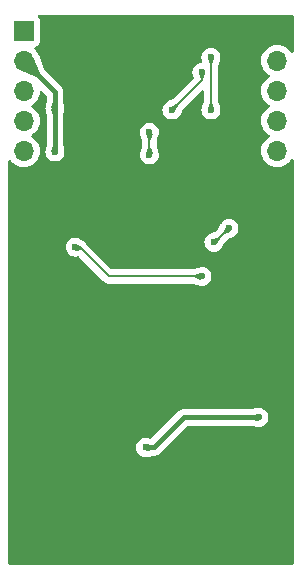
<source format=gbr>
%TF.GenerationSoftware,KiCad,Pcbnew,8.0.3*%
%TF.CreationDate,2025-09-08T17:35:16+08:00*%
%TF.ProjectId,balancing-car,62616c61-6e63-4696-9e67-2d6361722e6b,rev?*%
%TF.SameCoordinates,Original*%
%TF.FileFunction,Copper,L2,Bot*%
%TF.FilePolarity,Positive*%
%FSLAX46Y46*%
G04 Gerber Fmt 4.6, Leading zero omitted, Abs format (unit mm)*
G04 Created by KiCad (PCBNEW 8.0.3) date 2025-09-08 17:35:16*
%MOMM*%
%LPD*%
G01*
G04 APERTURE LIST*
%TA.AperFunction,ComponentPad*%
%ADD10O,1.700000X1.700000*%
%TD*%
%TA.AperFunction,ComponentPad*%
%ADD11R,1.700000X1.700000*%
%TD*%
%TA.AperFunction,ViaPad*%
%ADD12C,0.600000*%
%TD*%
%TA.AperFunction,Conductor*%
%ADD13C,0.400000*%
%TD*%
%TA.AperFunction,Conductor*%
%ADD14C,0.200000*%
%TD*%
G04 APERTURE END LIST*
D10*
%TO.P,J2,5,Pin_5*%
%TO.N,/ST*%
X189636000Y-92994000D03*
%TO.P,J2,4,Pin_4*%
%TO.N,/Vmid*%
X189636000Y-90454000D03*
%TO.P,J2,3,Pin_3*%
%TO.N,/MotorB*%
X189636000Y-87914000D03*
%TO.P,J2,2,Pin_2*%
%TO.N,VCC*%
X189636000Y-85374000D03*
D11*
%TO.P,J2,1,Pin_1*%
%TO.N,/MotorA*%
X189636000Y-82834000D03*
%TD*%
D10*
%TO.P,J1,5,Pin_5*%
%TO.N,/Yout*%
X211099000Y-92994000D03*
%TO.P,J1,4,Pin_4*%
%TO.N,/Xout*%
X211099000Y-90454000D03*
%TO.P,J1,3,Pin_3*%
%TO.N,/Zout*%
X211099000Y-87914000D03*
%TO.P,J1,2,Pin_2*%
%TO.N,/Acceleration*%
X211099000Y-85374000D03*
D11*
%TO.P,J1,1,Pin_1*%
%TO.N,GND*%
X211099000Y-82834000D03*
%TD*%
D12*
%TO.N,GND*%
X198780400Y-126695200D03*
X203657200Y-100279200D03*
X201117200Y-85699600D03*
X199593200Y-85699600D03*
X199593200Y-86766400D03*
X201117200Y-86766400D03*
X201117200Y-84582000D03*
X199593200Y-84582000D03*
X195478400Y-96621600D03*
X204774800Y-113487200D03*
X203200000Y-111099600D03*
%TO.N,VCC*%
X199948800Y-118110000D03*
X209550000Y-115570000D03*
%TO.N,/Acceleration*%
X207010000Y-99568000D03*
X205740000Y-100736400D03*
%TO.N,/Vmid*%
X194005200Y-101142800D03*
X204724000Y-103632000D03*
%TO.N,VCC*%
X192278000Y-93091000D03*
%TO.N,Net-(U3B-+)*%
X200279000Y-93345000D03*
X200279000Y-91440000D03*
%TO.N,VCC*%
X192278000Y-89408000D03*
%TO.N,Net-(U4A-InA)*%
X204724000Y-86360000D03*
X202184000Y-89535000D03*
%TO.N,Net-(U4A-InB)*%
X205486000Y-85090000D03*
X205486000Y-89535000D03*
%TD*%
D13*
%TO.N,VCC*%
X199948800Y-118110000D02*
X200660000Y-118110000D01*
X200660000Y-118110000D02*
X203200000Y-115570000D01*
X203200000Y-115570000D02*
X209550000Y-115570000D01*
D14*
%TO.N,/Acceleration*%
X205740000Y-100736400D02*
X205841600Y-100736400D01*
X205841600Y-100736400D02*
X207010000Y-99568000D01*
%TO.N,/Vmid*%
X196850000Y-103632000D02*
X204724000Y-103632000D01*
X194005200Y-101142800D02*
X194360800Y-101142800D01*
X194360800Y-101142800D02*
X196850000Y-103632000D01*
D13*
%TO.N,VCC*%
X192278000Y-89408000D02*
X192278000Y-93091000D01*
D14*
%TO.N,Net-(U3B-+)*%
X200279000Y-93345000D02*
X200279000Y-91440000D01*
D13*
%TO.N,VCC*%
X192278000Y-89408000D02*
X192278000Y-88016000D01*
X192278000Y-88016000D02*
X189636000Y-85374000D01*
D14*
%TO.N,Net-(U4A-InA)*%
X204724000Y-86995000D02*
X202184000Y-89535000D01*
X204724000Y-86360000D02*
X204724000Y-86995000D01*
%TO.N,Net-(U4A-InB)*%
X205486000Y-89535000D02*
X205486000Y-85090000D01*
%TD*%
%TA.AperFunction,Conductor*%
%TO.N,GND*%
G36*
X212421539Y-81482685D02*
G01*
X212467294Y-81535489D01*
X212478500Y-81587000D01*
X212478500Y-84596327D01*
X212458815Y-84663366D01*
X212406011Y-84709121D01*
X212336853Y-84719065D01*
X212273297Y-84690040D01*
X212252925Y-84667450D01*
X212137494Y-84502597D01*
X211970402Y-84335506D01*
X211970395Y-84335501D01*
X211776834Y-84199967D01*
X211776830Y-84199965D01*
X211727174Y-84176810D01*
X211562663Y-84100097D01*
X211562659Y-84100096D01*
X211562655Y-84100094D01*
X211334413Y-84038938D01*
X211334403Y-84038936D01*
X211099001Y-84018341D01*
X211098999Y-84018341D01*
X210863596Y-84038936D01*
X210863586Y-84038938D01*
X210635344Y-84100094D01*
X210635335Y-84100098D01*
X210421171Y-84199964D01*
X210421169Y-84199965D01*
X210227597Y-84335505D01*
X210060505Y-84502597D01*
X209924965Y-84696169D01*
X209924964Y-84696171D01*
X209825098Y-84910335D01*
X209825094Y-84910344D01*
X209763938Y-85138586D01*
X209763936Y-85138596D01*
X209743341Y-85373999D01*
X209743341Y-85374000D01*
X209763936Y-85609403D01*
X209763938Y-85609413D01*
X209825094Y-85837655D01*
X209825096Y-85837659D01*
X209825097Y-85837663D01*
X209905681Y-86010476D01*
X209924965Y-86051830D01*
X209924967Y-86051834D01*
X210006257Y-86167927D01*
X210060501Y-86245396D01*
X210060506Y-86245402D01*
X210227597Y-86412493D01*
X210227603Y-86412498D01*
X210413158Y-86542425D01*
X210456783Y-86597002D01*
X210463977Y-86666500D01*
X210432454Y-86728855D01*
X210413158Y-86745575D01*
X210227597Y-86875505D01*
X210060505Y-87042597D01*
X209924965Y-87236169D01*
X209924964Y-87236171D01*
X209825098Y-87450335D01*
X209825094Y-87450344D01*
X209763938Y-87678586D01*
X209763936Y-87678596D01*
X209743341Y-87913999D01*
X209743341Y-87914000D01*
X209763936Y-88149403D01*
X209763938Y-88149413D01*
X209825094Y-88377655D01*
X209825096Y-88377659D01*
X209825097Y-88377663D01*
X209914660Y-88569731D01*
X209924965Y-88591830D01*
X209924967Y-88591834D01*
X209992896Y-88688846D01*
X210060501Y-88785396D01*
X210060506Y-88785402D01*
X210227597Y-88952493D01*
X210227603Y-88952498D01*
X210413158Y-89082425D01*
X210456783Y-89137002D01*
X210463977Y-89206500D01*
X210432454Y-89268855D01*
X210413158Y-89285575D01*
X210227597Y-89415505D01*
X210060505Y-89582597D01*
X209924965Y-89776169D01*
X209924964Y-89776171D01*
X209825098Y-89990335D01*
X209825094Y-89990344D01*
X209763938Y-90218586D01*
X209763936Y-90218596D01*
X209743341Y-90453999D01*
X209743341Y-90454000D01*
X209763936Y-90689403D01*
X209763938Y-90689413D01*
X209825094Y-90917655D01*
X209825096Y-90917659D01*
X209825097Y-90917663D01*
X209905681Y-91090476D01*
X209924965Y-91131830D01*
X209924967Y-91131834D01*
X209992896Y-91228846D01*
X210060501Y-91325396D01*
X210060506Y-91325402D01*
X210227597Y-91492493D01*
X210227603Y-91492498D01*
X210413158Y-91622425D01*
X210456783Y-91677002D01*
X210463977Y-91746500D01*
X210432454Y-91808855D01*
X210413158Y-91825575D01*
X210227597Y-91955505D01*
X210060505Y-92122597D01*
X209924965Y-92316169D01*
X209924964Y-92316171D01*
X209825098Y-92530335D01*
X209825094Y-92530344D01*
X209763938Y-92758586D01*
X209763936Y-92758596D01*
X209743341Y-92993999D01*
X209743341Y-92994000D01*
X209763936Y-93229403D01*
X209763938Y-93229413D01*
X209825094Y-93457655D01*
X209825096Y-93457659D01*
X209825097Y-93457663D01*
X209888328Y-93593262D01*
X209924965Y-93671830D01*
X209924967Y-93671834D01*
X209992896Y-93768846D01*
X210060505Y-93865401D01*
X210227599Y-94032495D01*
X210324384Y-94100265D01*
X210421165Y-94168032D01*
X210421167Y-94168033D01*
X210421170Y-94168035D01*
X210635337Y-94267903D01*
X210863592Y-94329063D01*
X211051918Y-94345539D01*
X211098999Y-94349659D01*
X211099000Y-94349659D01*
X211099001Y-94349659D01*
X211138234Y-94346226D01*
X211334408Y-94329063D01*
X211562663Y-94267903D01*
X211776830Y-94168035D01*
X211970401Y-94032495D01*
X212137495Y-93865401D01*
X212252925Y-93700549D01*
X212307502Y-93656925D01*
X212377000Y-93649731D01*
X212439355Y-93681254D01*
X212474769Y-93741484D01*
X212478500Y-93771673D01*
X212478500Y-127937600D01*
X212458815Y-128004639D01*
X212406011Y-128050394D01*
X212354500Y-128061600D01*
X188457500Y-128061600D01*
X188390461Y-128041915D01*
X188344706Y-127989111D01*
X188333500Y-127937600D01*
X188333500Y-118109996D01*
X199143235Y-118109996D01*
X199143235Y-118110003D01*
X199163430Y-118289249D01*
X199163431Y-118289254D01*
X199223011Y-118459523D01*
X199318984Y-118612262D01*
X199446538Y-118739816D01*
X199599278Y-118835789D01*
X199764484Y-118893597D01*
X199769545Y-118895368D01*
X199769550Y-118895369D01*
X199948797Y-118915565D01*
X199948800Y-118915565D01*
X200021272Y-118907398D01*
X200032365Y-118906651D01*
X200045481Y-118906359D01*
X200073505Y-118901688D01*
X200079997Y-118900782D01*
X200128055Y-118895368D01*
X200128064Y-118895365D01*
X200133116Y-118893597D01*
X200153692Y-118888322D01*
X200610511Y-118812187D01*
X200630896Y-118810500D01*
X200728996Y-118810500D01*
X200820040Y-118792389D01*
X200864328Y-118783580D01*
X200928069Y-118757177D01*
X200991807Y-118730777D01*
X200991808Y-118730776D01*
X200991811Y-118730775D01*
X201106543Y-118654114D01*
X203453837Y-116306818D01*
X203515160Y-116273334D01*
X203541518Y-116270500D01*
X208867903Y-116270500D01*
X208888288Y-116272187D01*
X209116794Y-116310271D01*
X209345112Y-116348324D01*
X209365683Y-116353596D01*
X209370745Y-116355368D01*
X209380232Y-116356436D01*
X209418820Y-116360785D01*
X209425325Y-116361693D01*
X209428248Y-116362180D01*
X209453318Y-116366359D01*
X209484791Y-116370303D01*
X209493901Y-116371445D01*
X209493907Y-116371445D01*
X209493911Y-116371446D01*
X209495795Y-116371605D01*
X209505756Y-116371507D01*
X209520852Y-116372280D01*
X209550000Y-116375565D01*
X209550000Y-116375564D01*
X209550001Y-116375565D01*
X209550003Y-116375565D01*
X209729249Y-116355369D01*
X209729252Y-116355368D01*
X209729255Y-116355368D01*
X209899522Y-116295789D01*
X210052262Y-116199816D01*
X210179816Y-116072262D01*
X210275789Y-115919522D01*
X210335368Y-115749255D01*
X210355565Y-115570000D01*
X210335368Y-115390745D01*
X210275789Y-115220478D01*
X210179816Y-115067738D01*
X210052262Y-114940184D01*
X210017420Y-114918291D01*
X209899523Y-114844211D01*
X209729254Y-114784631D01*
X209729249Y-114784630D01*
X209550004Y-114764435D01*
X209549997Y-114764435D01*
X209477552Y-114772597D01*
X209466445Y-114773346D01*
X209453319Y-114773639D01*
X209425296Y-114778310D01*
X209418802Y-114779216D01*
X209408764Y-114780347D01*
X209370742Y-114784632D01*
X209365686Y-114786402D01*
X209345119Y-114791673D01*
X208888281Y-114867813D01*
X208867895Y-114869500D01*
X203131003Y-114869500D01*
X203022590Y-114891065D01*
X203022589Y-114891065D01*
X203009131Y-114893742D01*
X202995673Y-114896419D01*
X202942866Y-114918291D01*
X202942866Y-114918292D01*
X202895774Y-114937798D01*
X202868186Y-114949226D01*
X202858034Y-114956010D01*
X202857923Y-114956084D01*
X202753457Y-115025886D01*
X202753453Y-115025889D01*
X200450792Y-117328549D01*
X200389469Y-117362034D01*
X200342725Y-117363181D01*
X200153685Y-117331674D01*
X200133125Y-117326406D01*
X200128050Y-117324630D01*
X200080000Y-117319217D01*
X200073498Y-117318310D01*
X200045471Y-117313639D01*
X200004855Y-117308549D01*
X200002985Y-117308392D01*
X200002984Y-117308392D01*
X200002583Y-117308395D01*
X199993010Y-117308489D01*
X199977928Y-117307716D01*
X199955185Y-117305154D01*
X199948800Y-117304435D01*
X199948799Y-117304435D01*
X199948796Y-117304435D01*
X199769550Y-117324630D01*
X199769545Y-117324631D01*
X199599276Y-117384211D01*
X199446537Y-117480184D01*
X199318984Y-117607737D01*
X199223011Y-117760476D01*
X199163431Y-117930745D01*
X199163430Y-117930750D01*
X199143235Y-118109996D01*
X188333500Y-118109996D01*
X188333500Y-101142796D01*
X193199635Y-101142796D01*
X193199635Y-101142803D01*
X193219830Y-101322049D01*
X193219831Y-101322054D01*
X193279411Y-101492323D01*
X193375384Y-101645062D01*
X193502938Y-101772616D01*
X193655678Y-101868589D01*
X193816520Y-101924870D01*
X193825945Y-101928168D01*
X193825950Y-101928169D01*
X194005197Y-101948365D01*
X194005198Y-101948365D01*
X194005198Y-101948364D01*
X194005200Y-101948365D01*
X194049713Y-101943349D01*
X194066065Y-101942595D01*
X194080202Y-101942879D01*
X194226157Y-101924870D01*
X194295101Y-101936197D01*
X194329021Y-101960256D01*
X196365139Y-103996374D01*
X196365149Y-103996385D01*
X196369479Y-104000715D01*
X196369480Y-104000716D01*
X196481284Y-104112520D01*
X196481286Y-104112521D01*
X196481290Y-104112524D01*
X196618209Y-104191573D01*
X196618216Y-104191577D01*
X196714018Y-104217247D01*
X196770942Y-104232500D01*
X196770943Y-104232500D01*
X203998974Y-104232500D01*
X204041505Y-104240022D01*
X204291565Y-104331329D01*
X204291567Y-104331329D01*
X204425314Y-104380165D01*
X204465824Y-104393054D01*
X204467226Y-104393227D01*
X204492956Y-104399246D01*
X204544745Y-104417368D01*
X204544749Y-104417368D01*
X204544751Y-104417369D01*
X204723996Y-104437565D01*
X204724000Y-104437565D01*
X204724004Y-104437565D01*
X204903249Y-104417369D01*
X204903252Y-104417368D01*
X204903255Y-104417368D01*
X205073522Y-104357789D01*
X205226262Y-104261816D01*
X205353816Y-104134262D01*
X205449789Y-103981522D01*
X205509368Y-103811255D01*
X205529565Y-103632000D01*
X205509368Y-103452745D01*
X205449789Y-103282478D01*
X205353816Y-103129738D01*
X205226262Y-103002184D01*
X205215117Y-102995181D01*
X205073523Y-102906211D01*
X204903254Y-102846631D01*
X204903249Y-102846630D01*
X204724004Y-102826435D01*
X204723996Y-102826435D01*
X204544746Y-102846631D01*
X204544745Y-102846631D01*
X204465764Y-102874267D01*
X204450338Y-102878569D01*
X204425314Y-102883833D01*
X204041503Y-103023978D01*
X203998972Y-103031500D01*
X197150097Y-103031500D01*
X197083058Y-103011815D01*
X197062416Y-102995181D01*
X194931192Y-100863957D01*
X194927802Y-100860431D01*
X194912901Y-100844305D01*
X194912897Y-100844302D01*
X194910640Y-100842469D01*
X194901126Y-100833891D01*
X194848390Y-100781155D01*
X194848388Y-100781152D01*
X194803632Y-100736396D01*
X204934435Y-100736396D01*
X204934435Y-100736403D01*
X204954630Y-100915649D01*
X204954631Y-100915654D01*
X205014211Y-101085923D01*
X205110182Y-101238659D01*
X205110184Y-101238662D01*
X205237738Y-101366216D01*
X205390478Y-101462189D01*
X205476596Y-101492323D01*
X205560745Y-101521768D01*
X205560750Y-101521769D01*
X205739996Y-101541965D01*
X205740000Y-101541965D01*
X205740004Y-101541965D01*
X205919249Y-101521769D01*
X205919252Y-101521768D01*
X205919255Y-101521768D01*
X206089522Y-101462189D01*
X206242262Y-101366216D01*
X206369816Y-101238662D01*
X206440847Y-101125614D01*
X206446851Y-101117463D01*
X206446623Y-101117294D01*
X206449247Y-101113744D01*
X206449258Y-101113732D01*
X206677534Y-100753925D01*
X206694550Y-100732683D01*
X206921950Y-100505283D01*
X206957337Y-100480532D01*
X207327830Y-100308236D01*
X207340117Y-100301878D01*
X207356135Y-100294973D01*
X207359522Y-100293789D01*
X207512262Y-100197816D01*
X207639816Y-100070262D01*
X207735789Y-99917522D01*
X207795368Y-99747255D01*
X207807391Y-99640548D01*
X207815565Y-99568003D01*
X207815565Y-99567996D01*
X207795369Y-99388750D01*
X207795368Y-99388745D01*
X207735788Y-99218476D01*
X207639815Y-99065737D01*
X207512262Y-98938184D01*
X207359523Y-98842211D01*
X207189254Y-98782631D01*
X207189249Y-98782630D01*
X207010004Y-98762435D01*
X207009996Y-98762435D01*
X206830750Y-98782630D01*
X206830745Y-98782631D01*
X206660476Y-98842211D01*
X206507737Y-98938184D01*
X206380184Y-99065737D01*
X206327364Y-99149800D01*
X206284211Y-99218478D01*
X206284210Y-99218479D01*
X206284209Y-99218482D01*
X206281972Y-99224874D01*
X206271539Y-99246080D01*
X206271916Y-99246290D01*
X206269766Y-99250163D01*
X206097463Y-99620663D01*
X206072708Y-99656055D01*
X205897469Y-99831294D01*
X205846313Y-99862112D01*
X205488513Y-99972397D01*
X205466526Y-99979730D01*
X205465537Y-99980085D01*
X205465516Y-99980094D01*
X205426627Y-99997496D01*
X205416939Y-100001351D01*
X205390479Y-100010610D01*
X205390475Y-100010612D01*
X205237737Y-100106584D01*
X205110184Y-100234137D01*
X205014211Y-100386876D01*
X204954631Y-100557145D01*
X204954630Y-100557150D01*
X204934435Y-100736396D01*
X194803632Y-100736396D01*
X194729517Y-100662281D01*
X194729509Y-100662275D01*
X194627736Y-100603517D01*
X194627735Y-100603517D01*
X194596901Y-100585715D01*
X194580737Y-100574590D01*
X194544139Y-100544872D01*
X194529886Y-100533922D01*
X194517751Y-100523273D01*
X194507462Y-100512984D01*
X194354723Y-100417011D01*
X194184454Y-100357431D01*
X194184449Y-100357430D01*
X194005204Y-100337235D01*
X194005196Y-100337235D01*
X193825950Y-100357430D01*
X193825945Y-100357431D01*
X193655676Y-100417011D01*
X193502937Y-100512984D01*
X193375384Y-100640537D01*
X193279411Y-100793276D01*
X193219831Y-100963545D01*
X193219830Y-100963550D01*
X193199635Y-101142796D01*
X188333500Y-101142796D01*
X188333500Y-93881640D01*
X188353185Y-93814601D01*
X188405989Y-93768846D01*
X188475147Y-93758902D01*
X188538703Y-93787927D01*
X188559073Y-93810515D01*
X188571069Y-93827647D01*
X188597500Y-93865395D01*
X188597505Y-93865401D01*
X188764599Y-94032495D01*
X188861384Y-94100265D01*
X188958165Y-94168032D01*
X188958167Y-94168033D01*
X188958170Y-94168035D01*
X189172337Y-94267903D01*
X189400592Y-94329063D01*
X189588918Y-94345539D01*
X189635999Y-94349659D01*
X189636000Y-94349659D01*
X189636001Y-94349659D01*
X189675234Y-94346226D01*
X189871408Y-94329063D01*
X190099663Y-94267903D01*
X190313830Y-94168035D01*
X190507401Y-94032495D01*
X190674495Y-93865401D01*
X190810035Y-93671830D01*
X190909903Y-93457663D01*
X190971063Y-93229408D01*
X190991659Y-92994000D01*
X190971063Y-92758592D01*
X190909903Y-92530337D01*
X190810035Y-92316171D01*
X190789925Y-92287450D01*
X190674494Y-92122597D01*
X190507402Y-91955506D01*
X190507396Y-91955501D01*
X190321842Y-91825575D01*
X190278217Y-91770998D01*
X190271023Y-91701500D01*
X190302546Y-91639145D01*
X190321842Y-91622425D01*
X190344026Y-91606891D01*
X190507401Y-91492495D01*
X190674495Y-91325401D01*
X190810035Y-91131830D01*
X190909903Y-90917663D01*
X190971063Y-90689408D01*
X190991659Y-90454000D01*
X190971063Y-90218592D01*
X190909903Y-89990337D01*
X190810035Y-89776171D01*
X190789925Y-89747450D01*
X190674494Y-89582597D01*
X190507402Y-89415506D01*
X190507396Y-89415501D01*
X190321842Y-89285575D01*
X190278217Y-89230998D01*
X190271023Y-89161500D01*
X190302546Y-89099145D01*
X190321842Y-89082425D01*
X190392802Y-89032738D01*
X190507401Y-88952495D01*
X190674495Y-88785401D01*
X190810035Y-88591830D01*
X190909903Y-88377663D01*
X190971063Y-88149408D01*
X190984064Y-88000802D01*
X191009516Y-87935735D01*
X191066107Y-87894756D01*
X191135869Y-87890878D01*
X191195273Y-87923930D01*
X191541181Y-88269838D01*
X191574666Y-88331161D01*
X191577500Y-88357519D01*
X191577500Y-88725893D01*
X191575813Y-88746279D01*
X191499672Y-89203120D01*
X191494403Y-89223680D01*
X191492633Y-89228738D01*
X191492631Y-89228747D01*
X191487218Y-89276787D01*
X191486311Y-89283284D01*
X191481638Y-89311327D01*
X191476528Y-89352181D01*
X191476371Y-89354055D01*
X191476371Y-89354058D01*
X191476470Y-89363930D01*
X191475696Y-89379056D01*
X191472435Y-89407998D01*
X191472435Y-89408003D01*
X191480597Y-89480447D01*
X191481346Y-89491554D01*
X191481639Y-89504673D01*
X191481640Y-89504683D01*
X191486311Y-89532705D01*
X191487218Y-89539207D01*
X191492631Y-89587256D01*
X191494402Y-89592316D01*
X191499673Y-89612882D01*
X191575813Y-90069716D01*
X191577500Y-90090102D01*
X191577500Y-92408893D01*
X191575813Y-92429279D01*
X191499672Y-92886120D01*
X191494403Y-92906680D01*
X191492633Y-92911738D01*
X191492631Y-92911747D01*
X191487218Y-92959787D01*
X191486311Y-92966284D01*
X191481638Y-92994327D01*
X191476528Y-93035181D01*
X191476371Y-93037055D01*
X191476371Y-93037058D01*
X191476470Y-93046930D01*
X191475696Y-93062056D01*
X191472435Y-93090998D01*
X191472435Y-93091003D01*
X191492630Y-93270249D01*
X191492631Y-93270254D01*
X191552211Y-93440523D01*
X191604820Y-93524249D01*
X191648184Y-93593262D01*
X191775738Y-93720816D01*
X191852177Y-93768846D01*
X191924995Y-93814601D01*
X191928478Y-93816789D01*
X192015565Y-93847262D01*
X192098745Y-93876368D01*
X192098750Y-93876369D01*
X192277996Y-93896565D01*
X192278000Y-93896565D01*
X192278004Y-93896565D01*
X192457249Y-93876369D01*
X192457252Y-93876368D01*
X192457255Y-93876368D01*
X192627522Y-93816789D01*
X192780262Y-93720816D01*
X192907816Y-93593262D01*
X193003789Y-93440522D01*
X193063368Y-93270255D01*
X193067971Y-93229408D01*
X193083565Y-93091002D01*
X193083565Y-93090999D01*
X193081349Y-93071335D01*
X193075399Y-93018529D01*
X193074651Y-93007421D01*
X193074359Y-92994319D01*
X193069686Y-92966284D01*
X193068783Y-92959815D01*
X193068780Y-92959787D01*
X193063368Y-92911745D01*
X193061596Y-92906680D01*
X193056324Y-92886111D01*
X193014816Y-92637063D01*
X192980187Y-92429284D01*
X192978500Y-92408899D01*
X192978500Y-91439996D01*
X199473435Y-91439996D01*
X199473435Y-91440003D01*
X199493631Y-91619252D01*
X199521268Y-91698236D01*
X199525570Y-91713663D01*
X199530833Y-91738685D01*
X199670978Y-92122494D01*
X199678500Y-92165025D01*
X199678500Y-92619972D01*
X199670978Y-92662503D01*
X199530831Y-93046320D01*
X199517928Y-93086882D01*
X199517925Y-93086894D01*
X199517754Y-93088281D01*
X199511735Y-93114006D01*
X199493631Y-93165745D01*
X199493631Y-93165746D01*
X199473435Y-93344996D01*
X199473435Y-93345003D01*
X199493630Y-93524249D01*
X199493631Y-93524254D01*
X199553211Y-93694523D01*
X199649184Y-93847262D01*
X199776738Y-93974816D01*
X199929478Y-94070789D01*
X200099745Y-94130368D01*
X200099750Y-94130369D01*
X200278996Y-94150565D01*
X200279000Y-94150565D01*
X200279004Y-94150565D01*
X200458249Y-94130369D01*
X200458252Y-94130368D01*
X200458255Y-94130368D01*
X200628522Y-94070789D01*
X200781262Y-93974816D01*
X200908816Y-93847262D01*
X201004789Y-93694522D01*
X201064368Y-93524255D01*
X201071872Y-93457655D01*
X201084565Y-93345003D01*
X201084565Y-93344996D01*
X201064369Y-93165750D01*
X201064368Y-93165746D01*
X201064368Y-93165745D01*
X201036729Y-93086760D01*
X201032428Y-93071335D01*
X201027166Y-93046312D01*
X200887022Y-92662502D01*
X200879500Y-92619971D01*
X200879500Y-92165025D01*
X200887022Y-92122494D01*
X200947996Y-91955506D01*
X201027166Y-91738686D01*
X201040071Y-91698117D01*
X201040241Y-91696739D01*
X201046262Y-91670994D01*
X201064368Y-91619255D01*
X201078650Y-91492498D01*
X201084565Y-91440003D01*
X201084565Y-91439996D01*
X201064369Y-91260750D01*
X201064368Y-91260745D01*
X201053206Y-91228846D01*
X201004789Y-91090478D01*
X200908816Y-90937738D01*
X200781262Y-90810184D01*
X200628523Y-90714211D01*
X200458254Y-90654631D01*
X200458249Y-90654630D01*
X200279004Y-90634435D01*
X200278996Y-90634435D01*
X200099750Y-90654630D01*
X200099745Y-90654631D01*
X199929476Y-90714211D01*
X199776737Y-90810184D01*
X199649184Y-90937737D01*
X199553211Y-91090476D01*
X199493631Y-91260745D01*
X199493630Y-91260750D01*
X199473435Y-91439996D01*
X192978500Y-91439996D01*
X192978500Y-90090099D01*
X192980187Y-90069714D01*
X192993415Y-89990344D01*
X193056324Y-89612887D01*
X193061597Y-89592316D01*
X193063368Y-89587255D01*
X193068787Y-89539151D01*
X193069367Y-89534996D01*
X201378435Y-89534996D01*
X201378435Y-89535003D01*
X201398630Y-89714249D01*
X201398631Y-89714254D01*
X201458211Y-89884523D01*
X201524698Y-89990335D01*
X201554184Y-90037262D01*
X201681738Y-90164816D01*
X201834478Y-90260789D01*
X202004745Y-90320368D01*
X202004750Y-90320369D01*
X202183996Y-90340565D01*
X202184000Y-90340565D01*
X202184004Y-90340565D01*
X202363249Y-90320369D01*
X202363252Y-90320368D01*
X202363255Y-90320368D01*
X202533522Y-90260789D01*
X202686262Y-90164816D01*
X202813816Y-90037262D01*
X202909789Y-89884522D01*
X202912024Y-89878132D01*
X202922470Y-89856917D01*
X202922085Y-89856704D01*
X202924225Y-89852845D01*
X202924236Y-89852830D01*
X203096532Y-89482337D01*
X203121283Y-89446950D01*
X204673820Y-87894413D01*
X204735142Y-87860930D01*
X204804834Y-87865914D01*
X204860767Y-87907786D01*
X204885184Y-87973250D01*
X204885500Y-87982096D01*
X204885500Y-88809972D01*
X204877978Y-88852503D01*
X204737831Y-89236320D01*
X204724928Y-89276882D01*
X204724925Y-89276894D01*
X204724754Y-89278281D01*
X204718735Y-89304006D01*
X204700631Y-89355745D01*
X204700631Y-89355746D01*
X204680435Y-89534996D01*
X204680435Y-89535003D01*
X204700630Y-89714249D01*
X204700631Y-89714254D01*
X204760211Y-89884523D01*
X204826698Y-89990335D01*
X204856184Y-90037262D01*
X204983738Y-90164816D01*
X205136478Y-90260789D01*
X205306745Y-90320368D01*
X205306750Y-90320369D01*
X205485996Y-90340565D01*
X205486000Y-90340565D01*
X205486004Y-90340565D01*
X205665249Y-90320369D01*
X205665252Y-90320368D01*
X205665255Y-90320368D01*
X205835522Y-90260789D01*
X205988262Y-90164816D01*
X206115816Y-90037262D01*
X206211789Y-89884522D01*
X206271368Y-89714255D01*
X206271369Y-89714249D01*
X206291565Y-89535003D01*
X206291565Y-89534996D01*
X206271369Y-89355750D01*
X206271368Y-89355746D01*
X206271368Y-89355745D01*
X206243729Y-89276760D01*
X206239428Y-89261335D01*
X206234166Y-89236312D01*
X206094022Y-88852502D01*
X206086500Y-88809971D01*
X206086500Y-85815025D01*
X206094022Y-85772494D01*
X206234166Y-85388686D01*
X206247071Y-85348117D01*
X206247241Y-85346739D01*
X206253262Y-85320994D01*
X206271368Y-85269255D01*
X206291565Y-85090000D01*
X206271368Y-84910745D01*
X206211789Y-84740478D01*
X206115816Y-84587738D01*
X205988262Y-84460184D01*
X205835523Y-84364211D01*
X205665254Y-84304631D01*
X205665249Y-84304630D01*
X205486004Y-84284435D01*
X205485996Y-84284435D01*
X205306750Y-84304630D01*
X205306745Y-84304631D01*
X205136476Y-84364211D01*
X204983737Y-84460184D01*
X204856184Y-84587737D01*
X204760211Y-84740476D01*
X204700631Y-84910745D01*
X204700630Y-84910750D01*
X204680435Y-85089996D01*
X204680435Y-85090003D01*
X204700631Y-85269252D01*
X204728268Y-85348235D01*
X204732571Y-85363667D01*
X204737830Y-85388674D01*
X204737835Y-85388691D01*
X204741341Y-85398293D01*
X204745843Y-85468018D01*
X204711933Y-85529107D01*
X204650379Y-85562166D01*
X204638746Y-85564040D01*
X204544749Y-85574630D01*
X204544745Y-85574631D01*
X204374476Y-85634211D01*
X204221737Y-85730184D01*
X204094184Y-85857737D01*
X203998211Y-86010476D01*
X203938631Y-86180745D01*
X203938630Y-86180750D01*
X203918435Y-86359996D01*
X203918435Y-86360003D01*
X203938631Y-86539252D01*
X203966268Y-86618235D01*
X203970571Y-86633667D01*
X203975830Y-86658674D01*
X203975834Y-86658689D01*
X204011629Y-86756720D01*
X204016132Y-86826444D01*
X203982832Y-86886931D01*
X202272055Y-88597708D01*
X202236663Y-88622463D01*
X201866159Y-88794767D01*
X201853870Y-88801125D01*
X201837870Y-88808024D01*
X201834476Y-88809211D01*
X201681737Y-88905184D01*
X201554184Y-89032737D01*
X201458211Y-89185476D01*
X201398631Y-89355745D01*
X201398630Y-89355750D01*
X201378435Y-89534996D01*
X193069367Y-89534996D01*
X193069682Y-89532736D01*
X193074359Y-89504680D01*
X193079446Y-89464088D01*
X193079605Y-89462204D01*
X193079507Y-89452239D01*
X193080280Y-89437146D01*
X193083565Y-89408000D01*
X193075399Y-89335529D01*
X193074651Y-89324421D01*
X193074359Y-89311319D01*
X193069686Y-89283284D01*
X193068783Y-89276815D01*
X193067924Y-89269188D01*
X193063368Y-89228745D01*
X193061596Y-89223680D01*
X193056324Y-89203111D01*
X192980187Y-88746284D01*
X192978500Y-88725899D01*
X192978500Y-87947004D01*
X192951581Y-87811677D01*
X192951580Y-87811676D01*
X192951580Y-87811672D01*
X192906047Y-87701745D01*
X192898778Y-87684195D01*
X192898771Y-87684182D01*
X192839515Y-87595500D01*
X192822112Y-87569454D01*
X192822109Y-87569451D01*
X191432526Y-86179869D01*
X191405186Y-86138514D01*
X191381840Y-86080550D01*
X190894604Y-84870813D01*
X190894597Y-84870798D01*
X190894525Y-84870617D01*
X190893407Y-84867867D01*
X190893300Y-84867608D01*
X190893296Y-84867598D01*
X190869602Y-84817802D01*
X190869599Y-84817799D01*
X190866438Y-84812557D01*
X190866466Y-84812540D01*
X190856622Y-84796077D01*
X190810035Y-84696171D01*
X190810034Y-84696169D01*
X190674496Y-84502600D01*
X190632080Y-84460184D01*
X190552567Y-84380671D01*
X190519084Y-84319351D01*
X190524068Y-84249659D01*
X190565939Y-84193725D01*
X190596915Y-84176810D01*
X190728331Y-84127796D01*
X190843546Y-84041546D01*
X190929796Y-83926331D01*
X190980091Y-83791483D01*
X190986500Y-83731873D01*
X190986499Y-81936128D01*
X190980091Y-81876517D01*
X190929796Y-81741669D01*
X190869639Y-81661310D01*
X190845222Y-81595848D01*
X190860073Y-81527575D01*
X190909478Y-81478169D01*
X190968906Y-81463000D01*
X212354500Y-81463000D01*
X212421539Y-81482685D01*
G37*
%TD.AperFunction*%
%TD*%
%TA.AperFunction,Conductor*%
%TO.N,VCC*%
G36*
X199962366Y-117812261D02*
G01*
X200539024Y-117908370D01*
X200546621Y-117913111D01*
X200548800Y-117919911D01*
X200548800Y-118300088D01*
X200545373Y-118308361D01*
X200539023Y-118311629D01*
X199962377Y-118407737D01*
X199953654Y-118405717D01*
X199948913Y-118398119D01*
X199948754Y-118396235D01*
X199948461Y-118308361D01*
X199947800Y-118110000D01*
X199948754Y-117823763D01*
X199952208Y-117815502D01*
X199960493Y-117812103D01*
X199962366Y-117812261D01*
G37*
%TD.AperFunction*%
%TD*%
%TA.AperFunction,Conductor*%
%TO.N,VCC*%
G36*
X209545145Y-115274282D02*
G01*
X209549886Y-115281880D01*
X209550045Y-115283764D01*
X209551000Y-115570000D01*
X209551000Y-115570078D01*
X209550045Y-115856235D01*
X209546590Y-115864497D01*
X209538306Y-115867896D01*
X209536422Y-115867737D01*
X208959777Y-115771629D01*
X208952179Y-115766888D01*
X208950000Y-115760088D01*
X208950000Y-115379911D01*
X208953427Y-115371638D01*
X208959775Y-115368370D01*
X209536424Y-115272262D01*
X209545145Y-115274282D01*
G37*
%TD.AperFunction*%
%TD*%
%TA.AperFunction,Conductor*%
%TO.N,/Acceleration*%
G36*
X206743174Y-99457439D02*
G01*
X206906804Y-99524629D01*
X207006184Y-99565436D01*
X207012536Y-99571748D01*
X207012563Y-99571815D01*
X207120559Y-99834824D01*
X207120532Y-99843779D01*
X207114670Y-99849877D01*
X206663867Y-100059523D01*
X206654920Y-100059904D01*
X206650660Y-100057187D01*
X206520812Y-99927339D01*
X206517385Y-99919066D01*
X206518474Y-99914136D01*
X206728124Y-99463327D01*
X206734718Y-99457273D01*
X206743174Y-99457439D01*
G37*
%TD.AperFunction*%
%TD*%
%TA.AperFunction,Conductor*%
%TO.N,/Acceleration*%
G36*
X206136427Y-100305244D02*
G01*
X206139231Y-100307314D01*
X206269042Y-100437125D01*
X206272469Y-100445398D01*
X206270648Y-100451666D01*
X206022416Y-100842925D01*
X206015091Y-100848075D01*
X206008093Y-100847480D01*
X205743815Y-100738963D01*
X205737463Y-100732651D01*
X205737436Y-100732584D01*
X205630061Y-100471087D01*
X205630088Y-100462132D01*
X205636440Y-100455820D01*
X205637431Y-100455464D01*
X206127515Y-100304406D01*
X206136427Y-100305244D01*
G37*
%TD.AperFunction*%
%TD*%
%TA.AperFunction,Conductor*%
%TO.N,/Vmid*%
G36*
X204607641Y-103359050D02*
G01*
X204613503Y-103365148D01*
X204723115Y-103627489D01*
X204723142Y-103636444D01*
X204723115Y-103636511D01*
X204613503Y-103898851D01*
X204607151Y-103905163D01*
X204598694Y-103905329D01*
X204464947Y-103856493D01*
X204131687Y-103734806D01*
X204125091Y-103728750D01*
X204124000Y-103723816D01*
X204124000Y-103540183D01*
X204127427Y-103531910D01*
X204131687Y-103529193D01*
X204598697Y-103358669D01*
X204607641Y-103359050D01*
G37*
%TD.AperFunction*%
%TD*%
%TA.AperFunction,Conductor*%
%TO.N,/Vmid*%
G36*
X194225493Y-100937295D02*
G01*
X194594253Y-101236726D01*
X194598516Y-101244601D01*
X194595961Y-101253183D01*
X194595151Y-101254081D01*
X194465752Y-101383480D01*
X194458912Y-101386819D01*
X194018301Y-101441183D01*
X194009670Y-101438795D01*
X194005256Y-101431004D01*
X194005168Y-101429613D01*
X194004504Y-101146976D01*
X194007910Y-101138698D01*
X194209874Y-100938075D01*
X194218157Y-100934678D01*
X194225493Y-100937295D01*
G37*
%TD.AperFunction*%
%TD*%
%TA.AperFunction,Conductor*%
%TO.N,VCC*%
G36*
X192564235Y-89407954D02*
G01*
X192572497Y-89411408D01*
X192575896Y-89419693D01*
X192575737Y-89421577D01*
X192479630Y-89998223D01*
X192474889Y-90005821D01*
X192468089Y-90008000D01*
X192087911Y-90008000D01*
X192079638Y-90004573D01*
X192076370Y-89998223D01*
X191980262Y-89421574D01*
X191982282Y-89412854D01*
X191989880Y-89408113D01*
X191991762Y-89407954D01*
X192278000Y-89407000D01*
X192564235Y-89407954D01*
G37*
%TD.AperFunction*%
%TD*%
%TA.AperFunction,Conductor*%
%TO.N,VCC*%
G36*
X192476362Y-92494427D02*
G01*
X192479630Y-92500777D01*
X192575737Y-93077422D01*
X192573717Y-93086145D01*
X192566119Y-93090886D01*
X192564235Y-93091045D01*
X192278039Y-93091999D01*
X192277961Y-93091999D01*
X191991764Y-93091045D01*
X191983502Y-93087591D01*
X191980103Y-93079306D01*
X191980260Y-93077434D01*
X192076370Y-92500775D01*
X192081111Y-92493179D01*
X192087911Y-92491000D01*
X192468089Y-92491000D01*
X192476362Y-92494427D01*
G37*
%TD.AperFunction*%
%TD*%
%TA.AperFunction,Conductor*%
%TO.N,Net-(U3B-+)*%
G36*
X200379090Y-92748427D02*
G01*
X200381807Y-92752687D01*
X200552330Y-93219694D01*
X200551949Y-93228641D01*
X200545851Y-93234503D01*
X200283511Y-93344115D01*
X200274556Y-93344142D01*
X200274489Y-93344115D01*
X200012148Y-93234503D01*
X200005836Y-93228151D01*
X200005669Y-93219697D01*
X200176193Y-92752686D01*
X200182249Y-92746091D01*
X200187183Y-92745000D01*
X200370817Y-92745000D01*
X200379090Y-92748427D01*
G37*
%TD.AperFunction*%
%TD*%
%TA.AperFunction,Conductor*%
%TO.N,Net-(U3B-+)*%
G36*
X200545851Y-91550496D02*
G01*
X200552163Y-91556848D01*
X200552330Y-91565305D01*
X200381807Y-92032313D01*
X200375751Y-92038909D01*
X200370817Y-92040000D01*
X200187183Y-92040000D01*
X200178910Y-92036573D01*
X200176193Y-92032313D01*
X200005669Y-91565302D01*
X200006050Y-91556358D01*
X200012147Y-91550496D01*
X200274490Y-91440883D01*
X200283444Y-91440857D01*
X200545851Y-91550496D01*
G37*
%TD.AperFunction*%
%TD*%
%TA.AperFunction,Conductor*%
%TO.N,VCC*%
G36*
X192476362Y-88811427D02*
G01*
X192479630Y-88817777D01*
X192575737Y-89394422D01*
X192573717Y-89403145D01*
X192566119Y-89407886D01*
X192564235Y-89408045D01*
X192278039Y-89408999D01*
X192277961Y-89408999D01*
X191991764Y-89408045D01*
X191983502Y-89404591D01*
X191980103Y-89396306D01*
X191980260Y-89394434D01*
X192076370Y-88817775D01*
X192081111Y-88810179D01*
X192087911Y-88808000D01*
X192468089Y-88808000D01*
X192476362Y-88811427D01*
G37*
%TD.AperFunction*%
%TD*%
%TA.AperFunction,Conductor*%
%TO.N,VCC*%
G36*
X190419343Y-85053233D02*
G01*
X190425668Y-85059572D01*
X190425707Y-85059667D01*
X190976613Y-86427485D01*
X190976525Y-86436439D01*
X190974033Y-86440129D01*
X190702129Y-86712033D01*
X190693856Y-86715460D01*
X190689485Y-86714613D01*
X189321667Y-86163707D01*
X189315273Y-86157437D01*
X189315185Y-86148483D01*
X189315224Y-86148388D01*
X189633438Y-85377783D01*
X189639759Y-85371448D01*
X190410388Y-85053224D01*
X190419343Y-85053233D01*
G37*
%TD.AperFunction*%
%TD*%
%TA.AperFunction,Conductor*%
%TO.N,Net-(U4A-InA)*%
G36*
X202543339Y-89045812D02*
G01*
X202673187Y-89175660D01*
X202676614Y-89183933D01*
X202675523Y-89188867D01*
X202465877Y-89639670D01*
X202459281Y-89645726D01*
X202450824Y-89645559D01*
X202187815Y-89537563D01*
X202181463Y-89531251D01*
X202181436Y-89531184D01*
X202073440Y-89268175D01*
X202073467Y-89259220D01*
X202079326Y-89253124D01*
X202530134Y-89043475D01*
X202539079Y-89043095D01*
X202543339Y-89045812D01*
G37*
%TD.AperFunction*%
%TD*%
%TA.AperFunction,Conductor*%
%TO.N,Net-(U4A-InA)*%
G36*
X204990851Y-86470496D02*
G01*
X204997163Y-86476848D01*
X204997330Y-86485305D01*
X204826807Y-86952313D01*
X204820751Y-86958909D01*
X204815817Y-86960000D01*
X204632183Y-86960000D01*
X204623910Y-86956573D01*
X204621193Y-86952313D01*
X204450669Y-86485302D01*
X204451050Y-86476358D01*
X204457147Y-86470496D01*
X204719490Y-86360883D01*
X204728444Y-86360857D01*
X204990851Y-86470496D01*
G37*
%TD.AperFunction*%
%TD*%
%TA.AperFunction,Conductor*%
%TO.N,Net-(U4A-InB)*%
G36*
X205586090Y-88938427D02*
G01*
X205588807Y-88942687D01*
X205759330Y-89409694D01*
X205758949Y-89418641D01*
X205752851Y-89424503D01*
X205490511Y-89534115D01*
X205481556Y-89534142D01*
X205481489Y-89534115D01*
X205219148Y-89424503D01*
X205212836Y-89418151D01*
X205212669Y-89409697D01*
X205383193Y-88942686D01*
X205389249Y-88936091D01*
X205394183Y-88935000D01*
X205577817Y-88935000D01*
X205586090Y-88938427D01*
G37*
%TD.AperFunction*%
%TD*%
%TA.AperFunction,Conductor*%
%TO.N,Net-(U4A-InB)*%
G36*
X205752851Y-85200496D02*
G01*
X205759163Y-85206848D01*
X205759330Y-85215305D01*
X205588807Y-85682313D01*
X205582751Y-85688909D01*
X205577817Y-85690000D01*
X205394183Y-85690000D01*
X205385910Y-85686573D01*
X205383193Y-85682313D01*
X205212669Y-85215302D01*
X205213050Y-85206358D01*
X205219147Y-85200496D01*
X205481490Y-85090883D01*
X205490444Y-85090857D01*
X205752851Y-85200496D01*
G37*
%TD.AperFunction*%
%TD*%
M02*

</source>
